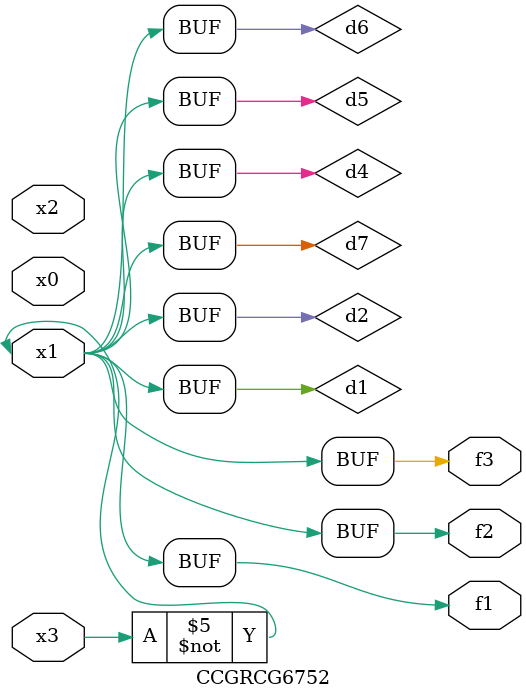
<source format=v>
module CCGRCG6752(
	input x0, x1, x2, x3,
	output f1, f2, f3
);

	wire d1, d2, d3, d4, d5, d6, d7;

	not (d1, x3);
	buf (d2, x1);
	xnor (d3, d1, d2);
	nor (d4, d1);
	buf (d5, d1, d2);
	buf (d6, d4, d5);
	nand (d7, d4);
	assign f1 = d6;
	assign f2 = d7;
	assign f3 = d6;
endmodule

</source>
